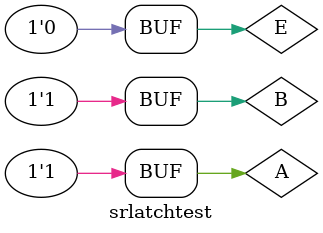
<source format=sv>
module srlatchtest;
  reg A; reg B; reg E; wire C;
  srlatch SR(.S(A), .R(B), .En(E), .Q(C));
  
  initial
    begin
      $dumpfile("srlatch.vcd");
      $dumpvars(0, srlatchtest);
      $monitor($time, "A=%b, B=%b, E=%b,C=%b", A,B,E,C);
      #5 A=1'b0; B=1'b1; E=1'b1;
      #5 A=1'b1; B=1'b1; E=1'b1;
      #5 A=1'b1; B=1'b0; E=1'b1;            
      #5 A=1'b1; B=1'b1; E=1'b0;
    end
endmodule

</source>
